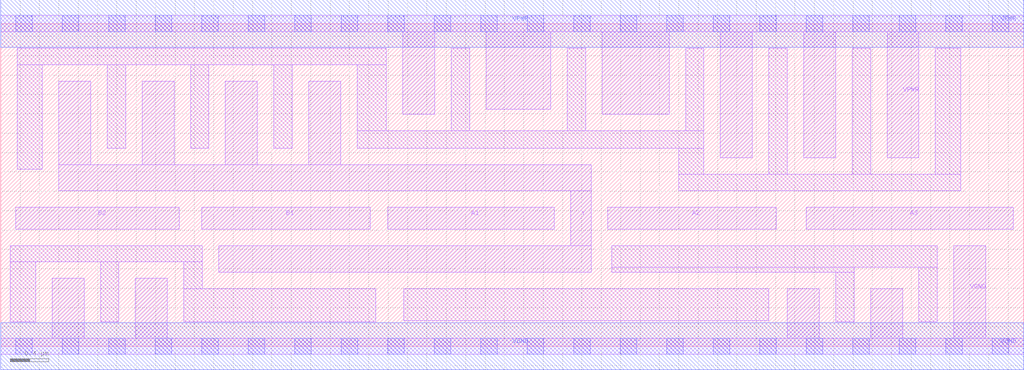
<source format=lef>
# Copyright 2020 The SkyWater PDK Authors
#
# Licensed under the Apache License, Version 2.0 (the "License");
# you may not use this file except in compliance with the License.
# You may obtain a copy of the License at
#
#     https://www.apache.org/licenses/LICENSE-2.0
#
# Unless required by applicable law or agreed to in writing, software
# distributed under the License is distributed on an "AS IS" BASIS,
# WITHOUT WARRANTIES OR CONDITIONS OF ANY KIND, either express or implied.
# See the License for the specific language governing permissions and
# limitations under the License.
#
# SPDX-License-Identifier: Apache-2.0

VERSION 5.7 ;
  NAMESCASESENSITIVE ON ;
  NOWIREEXTENSIONATPIN ON ;
  DIVIDERCHAR "/" ;
  BUSBITCHARS "[]" ;
UNITS
  DATABASE MICRONS 200 ;
END UNITS
MACRO sky130_fd_sc_lp__a32oi_4
  CLASS CORE ;
  SOURCE USER ;
  FOREIGN sky130_fd_sc_lp__a32oi_4 ;
  ORIGIN  0.000000  0.000000 ;
  SIZE  10.56000 BY  3.330000 ;
  SYMMETRY X Y R90 ;
  SITE unit ;
  PIN A1
    ANTENNAGATEAREA  1.260000 ;
    DIRECTION INPUT ;
    USE SIGNAL ;
    PORT
      LAYER li1 ;
        RECT 3.995000 1.210000 5.715000 1.435000 ;
    END
  END A1
  PIN A2
    ANTENNAGATEAREA  1.260000 ;
    DIRECTION INPUT ;
    USE SIGNAL ;
    PORT
      LAYER li1 ;
        RECT 6.265000 1.210000 8.005000 1.435000 ;
    END
  END A2
  PIN A3
    ANTENNAGATEAREA  1.260000 ;
    DIRECTION INPUT ;
    USE SIGNAL ;
    PORT
      LAYER li1 ;
        RECT 8.315000 1.210000 10.455000 1.435000 ;
    END
  END A3
  PIN B1
    ANTENNAGATEAREA  1.260000 ;
    DIRECTION INPUT ;
    USE SIGNAL ;
    PORT
      LAYER li1 ;
        RECT 2.075000 1.210000 3.815000 1.435000 ;
    END
  END B1
  PIN B2
    ANTENNAGATEAREA  1.260000 ;
    DIRECTION INPUT ;
    USE SIGNAL ;
    PORT
      LAYER li1 ;
        RECT 0.155000 1.210000 1.845000 1.435000 ;
    END
  END B2
  PIN Y
    ANTENNADIFFAREA  2.352000 ;
    DIRECTION OUTPUT ;
    USE SIGNAL ;
    PORT
      LAYER li1 ;
        RECT 0.600000 1.605000 6.095000 1.875000 ;
        RECT 0.600000 1.875000 0.930000 2.735000 ;
        RECT 1.460000 1.875000 1.790000 2.735000 ;
        RECT 2.250000 0.765000 6.095000 1.040000 ;
        RECT 2.320000 1.875000 2.650000 2.735000 ;
        RECT 3.180000 1.875000 3.510000 2.735000 ;
        RECT 5.885000 1.040000 6.095000 1.605000 ;
    END
  END Y
  PIN VGND
    DIRECTION INOUT ;
    USE GROUND ;
    PORT
      LAYER li1 ;
        RECT 0.000000 -0.085000 10.560000 0.085000 ;
        RECT 0.530000  0.085000  0.860000 0.700000 ;
        RECT 1.390000  0.085000  1.720000 0.700000 ;
        RECT 8.120000  0.085000  8.450000 0.595000 ;
        RECT 8.980000  0.085000  9.310000 0.595000 ;
        RECT 9.840000  0.085000 10.170000 1.040000 ;
      LAYER mcon ;
        RECT  0.155000 -0.085000  0.325000 0.085000 ;
        RECT  0.635000 -0.085000  0.805000 0.085000 ;
        RECT  1.115000 -0.085000  1.285000 0.085000 ;
        RECT  1.595000 -0.085000  1.765000 0.085000 ;
        RECT  2.075000 -0.085000  2.245000 0.085000 ;
        RECT  2.555000 -0.085000  2.725000 0.085000 ;
        RECT  3.035000 -0.085000  3.205000 0.085000 ;
        RECT  3.515000 -0.085000  3.685000 0.085000 ;
        RECT  3.995000 -0.085000  4.165000 0.085000 ;
        RECT  4.475000 -0.085000  4.645000 0.085000 ;
        RECT  4.955000 -0.085000  5.125000 0.085000 ;
        RECT  5.435000 -0.085000  5.605000 0.085000 ;
        RECT  5.915000 -0.085000  6.085000 0.085000 ;
        RECT  6.395000 -0.085000  6.565000 0.085000 ;
        RECT  6.875000 -0.085000  7.045000 0.085000 ;
        RECT  7.355000 -0.085000  7.525000 0.085000 ;
        RECT  7.835000 -0.085000  8.005000 0.085000 ;
        RECT  8.315000 -0.085000  8.485000 0.085000 ;
        RECT  8.795000 -0.085000  8.965000 0.085000 ;
        RECT  9.275000 -0.085000  9.445000 0.085000 ;
        RECT  9.755000 -0.085000  9.925000 0.085000 ;
        RECT 10.235000 -0.085000 10.405000 0.085000 ;
      LAYER met1 ;
        RECT 0.000000 -0.245000 10.560000 0.245000 ;
    END
  END VGND
  PIN VPWR
    DIRECTION INOUT ;
    USE POWER ;
    PORT
      LAYER li1 ;
        RECT 0.000000 3.245000 10.560000 3.415000 ;
        RECT 4.150000 2.395000  4.480000 3.245000 ;
        RECT 5.010000 2.445000  5.680000 3.245000 ;
        RECT 6.210000 2.395000  6.900000 3.245000 ;
        RECT 7.430000 1.945000  7.760000 3.245000 ;
        RECT 8.290000 1.945000  8.620000 3.245000 ;
        RECT 9.150000 1.945000  9.480000 3.245000 ;
      LAYER mcon ;
        RECT  0.155000 3.245000  0.325000 3.415000 ;
        RECT  0.635000 3.245000  0.805000 3.415000 ;
        RECT  1.115000 3.245000  1.285000 3.415000 ;
        RECT  1.595000 3.245000  1.765000 3.415000 ;
        RECT  2.075000 3.245000  2.245000 3.415000 ;
        RECT  2.555000 3.245000  2.725000 3.415000 ;
        RECT  3.035000 3.245000  3.205000 3.415000 ;
        RECT  3.515000 3.245000  3.685000 3.415000 ;
        RECT  3.995000 3.245000  4.165000 3.415000 ;
        RECT  4.475000 3.245000  4.645000 3.415000 ;
        RECT  4.955000 3.245000  5.125000 3.415000 ;
        RECT  5.435000 3.245000  5.605000 3.415000 ;
        RECT  5.915000 3.245000  6.085000 3.415000 ;
        RECT  6.395000 3.245000  6.565000 3.415000 ;
        RECT  6.875000 3.245000  7.045000 3.415000 ;
        RECT  7.355000 3.245000  7.525000 3.415000 ;
        RECT  7.835000 3.245000  8.005000 3.415000 ;
        RECT  8.315000 3.245000  8.485000 3.415000 ;
        RECT  8.795000 3.245000  8.965000 3.415000 ;
        RECT  9.275000 3.245000  9.445000 3.415000 ;
        RECT  9.755000 3.245000  9.925000 3.415000 ;
        RECT 10.235000 3.245000 10.405000 3.415000 ;
      LAYER met1 ;
        RECT 0.000000 3.085000 10.560000 3.575000 ;
    END
  END VPWR
  OBS
    LAYER li1 ;
      RECT 0.100000 0.255000 0.360000 0.870000 ;
      RECT 0.100000 0.870000 2.080000 1.040000 ;
      RECT 0.170000 1.825000 0.430000 2.905000 ;
      RECT 0.170000 2.905000 3.980000 3.075000 ;
      RECT 1.030000 0.255000 1.220000 0.870000 ;
      RECT 1.100000 2.045000 1.290000 2.905000 ;
      RECT 1.890000 0.255000 3.870000 0.595000 ;
      RECT 1.890000 0.595000 2.080000 0.870000 ;
      RECT 1.960000 2.045000 2.150000 2.905000 ;
      RECT 2.820000 2.045000 3.010000 2.905000 ;
      RECT 3.680000 2.045000 7.260000 2.225000 ;
      RECT 3.680000 2.225000 3.980000 2.905000 ;
      RECT 4.160000 0.265000 7.930000 0.595000 ;
      RECT 4.650000 2.225000 4.840000 3.075000 ;
      RECT 5.850000 2.225000 6.040000 3.075000 ;
      RECT 6.310000 0.765000 8.810000 0.815000 ;
      RECT 6.310000 0.815000 9.670000 1.040000 ;
      RECT 7.000000 1.605000 9.910000 1.775000 ;
      RECT 7.000000 1.775000 7.260000 2.045000 ;
      RECT 7.070000 2.225000 7.260000 3.075000 ;
      RECT 7.930000 1.775000 8.120000 3.075000 ;
      RECT 8.620000 0.255000 8.810000 0.765000 ;
      RECT 8.790000 1.775000 8.980000 3.075000 ;
      RECT 9.480000 0.255000 9.670000 0.815000 ;
      RECT 9.650000 1.775000 9.910000 3.075000 ;
  END
END sky130_fd_sc_lp__a32oi_4

</source>
